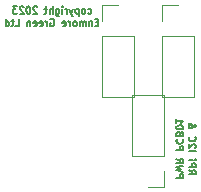
<source format=gbo>
G04 #@! TF.GenerationSoftware,KiCad,Pcbnew,(5.1.2)-1*
G04 #@! TF.CreationDate,2023-09-28T15:07:13+01:00*
G04 #@! TF.ProjectId,RPi_I2C_PWR_PCB00,5250695f-4932-4435-9f50-57525f504342,rev?*
G04 #@! TF.SameCoordinates,Original*
G04 #@! TF.FileFunction,Legend,Bot*
G04 #@! TF.FilePolarity,Positive*
%FSLAX46Y46*%
G04 Gerber Fmt 4.6, Leading zero omitted, Abs format (unit mm)*
G04 Created by KiCad (PCBNEW (5.1.2)-1) date 2023-09-28 15:07:13*
%MOMM*%
%LPD*%
G04 APERTURE LIST*
%ADD10C,0.150000*%
%ADD11C,0.120000*%
%ADD12O,1.802000X1.802000*%
%ADD13R,1.802000X1.802000*%
G04 APERTURE END LIST*
D10*
X135635571Y-85888285D02*
X135921285Y-86088285D01*
X135635571Y-86231142D02*
X136235571Y-86231142D01*
X136235571Y-86002571D01*
X136207000Y-85945428D01*
X136178428Y-85916857D01*
X136121285Y-85888285D01*
X136035571Y-85888285D01*
X135978428Y-85916857D01*
X135949857Y-85945428D01*
X135921285Y-86002571D01*
X135921285Y-86231142D01*
X135635571Y-85631142D02*
X136235571Y-85631142D01*
X136235571Y-85402571D01*
X136207000Y-85345428D01*
X136178428Y-85316857D01*
X136121285Y-85288285D01*
X136035571Y-85288285D01*
X135978428Y-85316857D01*
X135949857Y-85345428D01*
X135921285Y-85402571D01*
X135921285Y-85631142D01*
X135635571Y-85031142D02*
X136035571Y-85031142D01*
X136235571Y-85031142D02*
X136207000Y-85059714D01*
X136178428Y-85031142D01*
X136207000Y-85002571D01*
X136235571Y-85031142D01*
X136178428Y-85031142D01*
X135635571Y-84288285D02*
X136235571Y-84288285D01*
X136178428Y-84031142D02*
X136207000Y-84002571D01*
X136235571Y-83945428D01*
X136235571Y-83802571D01*
X136207000Y-83745428D01*
X136178428Y-83716857D01*
X136121285Y-83688285D01*
X136064142Y-83688285D01*
X135978428Y-83716857D01*
X135635571Y-84059714D01*
X135635571Y-83688285D01*
X135692714Y-83088285D02*
X135664142Y-83116857D01*
X135635571Y-83202571D01*
X135635571Y-83259714D01*
X135664142Y-83345428D01*
X135721285Y-83402571D01*
X135778428Y-83431142D01*
X135892714Y-83459714D01*
X135978428Y-83459714D01*
X136092714Y-83431142D01*
X136149857Y-83402571D01*
X136207000Y-83345428D01*
X136235571Y-83259714D01*
X136235571Y-83202571D01*
X136207000Y-83116857D01*
X136178428Y-83088285D01*
X135635571Y-81888285D02*
X135635571Y-81916857D01*
X135664142Y-81974000D01*
X135749857Y-82059714D01*
X135921285Y-82202571D01*
X136007000Y-82259714D01*
X136092714Y-82288285D01*
X136149857Y-82288285D01*
X136207000Y-82259714D01*
X136235571Y-82202571D01*
X136235571Y-82174000D01*
X136207000Y-82116857D01*
X136149857Y-82088285D01*
X136121285Y-82088285D01*
X136064142Y-82116857D01*
X136035571Y-82145428D01*
X135921285Y-82316857D01*
X135892714Y-82345428D01*
X135835571Y-82374000D01*
X135749857Y-82374000D01*
X135692714Y-82345428D01*
X135664142Y-82316857D01*
X135635571Y-82259714D01*
X135635571Y-82174000D01*
X135664142Y-82116857D01*
X135692714Y-82088285D01*
X135807000Y-82002571D01*
X135892714Y-81974000D01*
X135949857Y-81974000D01*
X134585571Y-86574000D02*
X135185571Y-86574000D01*
X135185571Y-86345428D01*
X135157000Y-86288285D01*
X135128428Y-86259714D01*
X135071285Y-86231142D01*
X134985571Y-86231142D01*
X134928428Y-86259714D01*
X134899857Y-86288285D01*
X134871285Y-86345428D01*
X134871285Y-86574000D01*
X135185571Y-86031142D02*
X134585571Y-85888285D01*
X135014142Y-85774000D01*
X134585571Y-85659714D01*
X135185571Y-85516857D01*
X134585571Y-84945428D02*
X134871285Y-85145428D01*
X134585571Y-85288285D02*
X135185571Y-85288285D01*
X135185571Y-85059714D01*
X135157000Y-85002571D01*
X135128428Y-84974000D01*
X135071285Y-84945428D01*
X134985571Y-84945428D01*
X134928428Y-84974000D01*
X134899857Y-85002571D01*
X134871285Y-85059714D01*
X134871285Y-85288285D01*
X134585571Y-84231142D02*
X135185571Y-84231142D01*
X135185571Y-84002571D01*
X135157000Y-83945428D01*
X135128428Y-83916857D01*
X135071285Y-83888285D01*
X134985571Y-83888285D01*
X134928428Y-83916857D01*
X134899857Y-83945428D01*
X134871285Y-84002571D01*
X134871285Y-84231142D01*
X134642714Y-83288285D02*
X134614142Y-83316857D01*
X134585571Y-83402571D01*
X134585571Y-83459714D01*
X134614142Y-83545428D01*
X134671285Y-83602571D01*
X134728428Y-83631142D01*
X134842714Y-83659714D01*
X134928428Y-83659714D01*
X135042714Y-83631142D01*
X135099857Y-83602571D01*
X135157000Y-83545428D01*
X135185571Y-83459714D01*
X135185571Y-83402571D01*
X135157000Y-83316857D01*
X135128428Y-83288285D01*
X134899857Y-82831142D02*
X134871285Y-82745428D01*
X134842714Y-82716857D01*
X134785571Y-82688285D01*
X134699857Y-82688285D01*
X134642714Y-82716857D01*
X134614142Y-82745428D01*
X134585571Y-82802571D01*
X134585571Y-83031142D01*
X135185571Y-83031142D01*
X135185571Y-82831142D01*
X135157000Y-82774000D01*
X135128428Y-82745428D01*
X135071285Y-82716857D01*
X135014142Y-82716857D01*
X134957000Y-82745428D01*
X134928428Y-82774000D01*
X134899857Y-82831142D01*
X134899857Y-83031142D01*
X135185571Y-82316857D02*
X135185571Y-82259714D01*
X135157000Y-82202571D01*
X135128428Y-82174000D01*
X135071285Y-82145428D01*
X134957000Y-82116857D01*
X134814142Y-82116857D01*
X134699857Y-82145428D01*
X134642714Y-82174000D01*
X134614142Y-82202571D01*
X134585571Y-82259714D01*
X134585571Y-82316857D01*
X134614142Y-82374000D01*
X134642714Y-82402571D01*
X134699857Y-82431142D01*
X134814142Y-82459714D01*
X134957000Y-82459714D01*
X135071285Y-82431142D01*
X135128428Y-82402571D01*
X135157000Y-82374000D01*
X135185571Y-82316857D01*
X134585571Y-81545428D02*
X134585571Y-81888285D01*
X134585571Y-81716857D02*
X135185571Y-81716857D01*
X135099857Y-81774000D01*
X135042714Y-81831142D01*
X135014142Y-81888285D01*
X127121857Y-72615857D02*
X127179000Y-72644428D01*
X127293285Y-72644428D01*
X127350428Y-72615857D01*
X127379000Y-72587285D01*
X127407571Y-72530142D01*
X127407571Y-72358714D01*
X127379000Y-72301571D01*
X127350428Y-72273000D01*
X127293285Y-72244428D01*
X127179000Y-72244428D01*
X127121857Y-72273000D01*
X126779000Y-72644428D02*
X126836142Y-72615857D01*
X126864714Y-72587285D01*
X126893285Y-72530142D01*
X126893285Y-72358714D01*
X126864714Y-72301571D01*
X126836142Y-72273000D01*
X126779000Y-72244428D01*
X126693285Y-72244428D01*
X126636142Y-72273000D01*
X126607571Y-72301571D01*
X126579000Y-72358714D01*
X126579000Y-72530142D01*
X126607571Y-72587285D01*
X126636142Y-72615857D01*
X126693285Y-72644428D01*
X126779000Y-72644428D01*
X126321857Y-72244428D02*
X126321857Y-72844428D01*
X126321857Y-72273000D02*
X126264714Y-72244428D01*
X126150428Y-72244428D01*
X126093285Y-72273000D01*
X126064714Y-72301571D01*
X126036142Y-72358714D01*
X126036142Y-72530142D01*
X126064714Y-72587285D01*
X126093285Y-72615857D01*
X126150428Y-72644428D01*
X126264714Y-72644428D01*
X126321857Y-72615857D01*
X125836142Y-72244428D02*
X125693285Y-72644428D01*
X125550428Y-72244428D02*
X125693285Y-72644428D01*
X125750428Y-72787285D01*
X125779000Y-72815857D01*
X125836142Y-72844428D01*
X125321857Y-72644428D02*
X125321857Y-72244428D01*
X125321857Y-72358714D02*
X125293285Y-72301571D01*
X125264714Y-72273000D01*
X125207571Y-72244428D01*
X125150428Y-72244428D01*
X124950428Y-72644428D02*
X124950428Y-72244428D01*
X124950428Y-72044428D02*
X124979000Y-72073000D01*
X124950428Y-72101571D01*
X124921857Y-72073000D01*
X124950428Y-72044428D01*
X124950428Y-72101571D01*
X124407571Y-72244428D02*
X124407571Y-72730142D01*
X124436142Y-72787285D01*
X124464714Y-72815857D01*
X124521857Y-72844428D01*
X124607571Y-72844428D01*
X124664714Y-72815857D01*
X124407571Y-72615857D02*
X124464714Y-72644428D01*
X124579000Y-72644428D01*
X124636142Y-72615857D01*
X124664714Y-72587285D01*
X124693285Y-72530142D01*
X124693285Y-72358714D01*
X124664714Y-72301571D01*
X124636142Y-72273000D01*
X124579000Y-72244428D01*
X124464714Y-72244428D01*
X124407571Y-72273000D01*
X124121857Y-72644428D02*
X124121857Y-72044428D01*
X123864714Y-72644428D02*
X123864714Y-72330142D01*
X123893285Y-72273000D01*
X123950428Y-72244428D01*
X124036142Y-72244428D01*
X124093285Y-72273000D01*
X124121857Y-72301571D01*
X123664714Y-72244428D02*
X123436142Y-72244428D01*
X123579000Y-72044428D02*
X123579000Y-72558714D01*
X123550428Y-72615857D01*
X123493285Y-72644428D01*
X123436142Y-72644428D01*
X122807571Y-72101571D02*
X122779000Y-72073000D01*
X122721857Y-72044428D01*
X122579000Y-72044428D01*
X122521857Y-72073000D01*
X122493285Y-72101571D01*
X122464714Y-72158714D01*
X122464714Y-72215857D01*
X122493285Y-72301571D01*
X122836142Y-72644428D01*
X122464714Y-72644428D01*
X122093285Y-72044428D02*
X122036142Y-72044428D01*
X121979000Y-72073000D01*
X121950428Y-72101571D01*
X121921857Y-72158714D01*
X121893285Y-72273000D01*
X121893285Y-72415857D01*
X121921857Y-72530142D01*
X121950428Y-72587285D01*
X121979000Y-72615857D01*
X122036142Y-72644428D01*
X122093285Y-72644428D01*
X122150428Y-72615857D01*
X122179000Y-72587285D01*
X122207571Y-72530142D01*
X122236142Y-72415857D01*
X122236142Y-72273000D01*
X122207571Y-72158714D01*
X122179000Y-72101571D01*
X122150428Y-72073000D01*
X122093285Y-72044428D01*
X121664714Y-72101571D02*
X121636142Y-72073000D01*
X121579000Y-72044428D01*
X121436142Y-72044428D01*
X121379000Y-72073000D01*
X121350428Y-72101571D01*
X121321857Y-72158714D01*
X121321857Y-72215857D01*
X121350428Y-72301571D01*
X121693285Y-72644428D01*
X121321857Y-72644428D01*
X121121857Y-72044428D02*
X120750428Y-72044428D01*
X120950428Y-72273000D01*
X120864714Y-72273000D01*
X120807571Y-72301571D01*
X120779000Y-72330142D01*
X120750428Y-72387285D01*
X120750428Y-72530142D01*
X120779000Y-72587285D01*
X120807571Y-72615857D01*
X120864714Y-72644428D01*
X121036142Y-72644428D01*
X121093285Y-72615857D01*
X121121857Y-72587285D01*
X128007571Y-73380142D02*
X127807571Y-73380142D01*
X127721857Y-73694428D02*
X128007571Y-73694428D01*
X128007571Y-73094428D01*
X127721857Y-73094428D01*
X127464714Y-73294428D02*
X127464714Y-73694428D01*
X127464714Y-73351571D02*
X127436142Y-73323000D01*
X127379000Y-73294428D01*
X127293285Y-73294428D01*
X127236142Y-73323000D01*
X127207571Y-73380142D01*
X127207571Y-73694428D01*
X126921857Y-73694428D02*
X126921857Y-73294428D01*
X126921857Y-73351571D02*
X126893285Y-73323000D01*
X126836142Y-73294428D01*
X126750428Y-73294428D01*
X126693285Y-73323000D01*
X126664714Y-73380142D01*
X126664714Y-73694428D01*
X126664714Y-73380142D02*
X126636142Y-73323000D01*
X126579000Y-73294428D01*
X126493285Y-73294428D01*
X126436142Y-73323000D01*
X126407571Y-73380142D01*
X126407571Y-73694428D01*
X126036142Y-73694428D02*
X126093285Y-73665857D01*
X126121857Y-73637285D01*
X126150428Y-73580142D01*
X126150428Y-73408714D01*
X126121857Y-73351571D01*
X126093285Y-73323000D01*
X126036142Y-73294428D01*
X125950428Y-73294428D01*
X125893285Y-73323000D01*
X125864714Y-73351571D01*
X125836142Y-73408714D01*
X125836142Y-73580142D01*
X125864714Y-73637285D01*
X125893285Y-73665857D01*
X125950428Y-73694428D01*
X126036142Y-73694428D01*
X125579000Y-73694428D02*
X125579000Y-73294428D01*
X125579000Y-73408714D02*
X125550428Y-73351571D01*
X125521857Y-73323000D01*
X125464714Y-73294428D01*
X125407571Y-73294428D01*
X124979000Y-73665857D02*
X125036142Y-73694428D01*
X125150428Y-73694428D01*
X125207571Y-73665857D01*
X125236142Y-73608714D01*
X125236142Y-73380142D01*
X125207571Y-73323000D01*
X125150428Y-73294428D01*
X125036142Y-73294428D01*
X124979000Y-73323000D01*
X124950428Y-73380142D01*
X124950428Y-73437285D01*
X125236142Y-73494428D01*
X123921857Y-73123000D02*
X123979000Y-73094428D01*
X124064714Y-73094428D01*
X124150428Y-73123000D01*
X124207571Y-73180142D01*
X124236142Y-73237285D01*
X124264714Y-73351571D01*
X124264714Y-73437285D01*
X124236142Y-73551571D01*
X124207571Y-73608714D01*
X124150428Y-73665857D01*
X124064714Y-73694428D01*
X124007571Y-73694428D01*
X123921857Y-73665857D01*
X123893285Y-73637285D01*
X123893285Y-73437285D01*
X124007571Y-73437285D01*
X123636142Y-73694428D02*
X123636142Y-73294428D01*
X123636142Y-73408714D02*
X123607571Y-73351571D01*
X123579000Y-73323000D01*
X123521857Y-73294428D01*
X123464714Y-73294428D01*
X123036142Y-73665857D02*
X123093285Y-73694428D01*
X123207571Y-73694428D01*
X123264714Y-73665857D01*
X123293285Y-73608714D01*
X123293285Y-73380142D01*
X123264714Y-73323000D01*
X123207571Y-73294428D01*
X123093285Y-73294428D01*
X123036142Y-73323000D01*
X123007571Y-73380142D01*
X123007571Y-73437285D01*
X123293285Y-73494428D01*
X122521857Y-73665857D02*
X122579000Y-73694428D01*
X122693285Y-73694428D01*
X122750428Y-73665857D01*
X122779000Y-73608714D01*
X122779000Y-73380142D01*
X122750428Y-73323000D01*
X122693285Y-73294428D01*
X122579000Y-73294428D01*
X122521857Y-73323000D01*
X122493285Y-73380142D01*
X122493285Y-73437285D01*
X122779000Y-73494428D01*
X122236142Y-73294428D02*
X122236142Y-73694428D01*
X122236142Y-73351571D02*
X122207571Y-73323000D01*
X122150428Y-73294428D01*
X122064714Y-73294428D01*
X122007571Y-73323000D01*
X121979000Y-73380142D01*
X121979000Y-73694428D01*
X120950428Y-73694428D02*
X121236142Y-73694428D01*
X121236142Y-73094428D01*
X120836142Y-73294428D02*
X120607571Y-73294428D01*
X120750428Y-73094428D02*
X120750428Y-73608714D01*
X120721857Y-73665857D01*
X120664714Y-73694428D01*
X120607571Y-73694428D01*
X120150428Y-73694428D02*
X120150428Y-73094428D01*
X120150428Y-73665857D02*
X120207571Y-73694428D01*
X120321857Y-73694428D01*
X120379000Y-73665857D01*
X120407571Y-73637285D01*
X120436142Y-73580142D01*
X120436142Y-73408714D01*
X120407571Y-73351571D01*
X120379000Y-73323000D01*
X120321857Y-73294428D01*
X120207571Y-73294428D01*
X120150428Y-73323000D01*
D11*
X130997000Y-74549000D02*
X128337000Y-74549000D01*
X130997000Y-74549000D02*
X130997000Y-79689000D01*
X130997000Y-79689000D02*
X128337000Y-79689000D01*
X128337000Y-74549000D02*
X128337000Y-79689000D01*
X128337000Y-71949000D02*
X128337000Y-73279000D01*
X129667000Y-71949000D02*
X128337000Y-71949000D01*
X134747000Y-71949000D02*
X133417000Y-71949000D01*
X133417000Y-71949000D02*
X133417000Y-73279000D01*
X133417000Y-74549000D02*
X133417000Y-79689000D01*
X136077000Y-79689000D02*
X133417000Y-79689000D01*
X136077000Y-74549000D02*
X136077000Y-79689000D01*
X136077000Y-74549000D02*
X133417000Y-74549000D01*
X132207000Y-87309000D02*
X133537000Y-87309000D01*
X133537000Y-87309000D02*
X133537000Y-85979000D01*
X133537000Y-84709000D02*
X133537000Y-79569000D01*
X130877000Y-79569000D02*
X133537000Y-79569000D01*
X130877000Y-84709000D02*
X130877000Y-79569000D01*
X130877000Y-84709000D02*
X133537000Y-84709000D01*
%LPC*%
D12*
X124587000Y-85979000D03*
X124587000Y-83439000D03*
X124587000Y-80899000D03*
X124587000Y-78359000D03*
D13*
X124587000Y-75819000D03*
X127127000Y-75819000D03*
D12*
X127127000Y-78359000D03*
X127127000Y-80899000D03*
X127127000Y-83439000D03*
X127127000Y-85979000D03*
X122047000Y-85979000D03*
X122047000Y-83439000D03*
X122047000Y-80899000D03*
X122047000Y-78359000D03*
D13*
X122047000Y-75819000D03*
X129667000Y-73279000D03*
D12*
X129667000Y-75819000D03*
X129667000Y-78359000D03*
X134747000Y-78359000D03*
X134747000Y-75819000D03*
D13*
X134747000Y-73279000D03*
X129667000Y-80899000D03*
D12*
X129667000Y-83439000D03*
X129667000Y-85979000D03*
X132207000Y-80899000D03*
X132207000Y-83439000D03*
D13*
X132207000Y-85979000D03*
X132207000Y-73279000D03*
D12*
X132207000Y-75819000D03*
X132207000Y-78359000D03*
M02*

</source>
